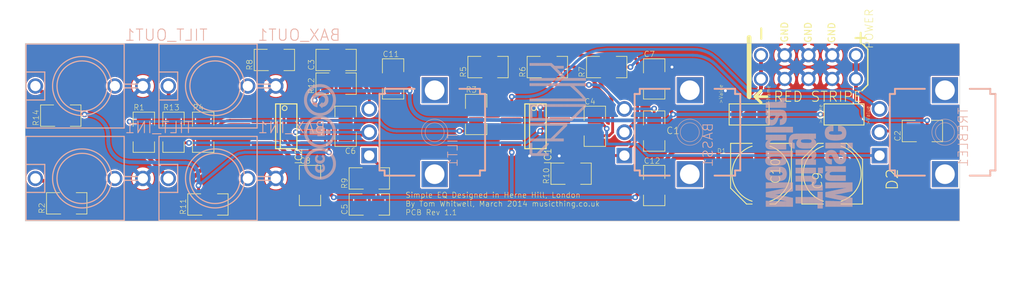
<source format=kicad_pcb>
(kicad_pcb (version 20171130) (host pcbnew 5.1.6-c6e7f7d~87~ubuntu20.04.1)
  (layers (0 Top signal) (1 Route2 signal) (2 Route15 signal) (31 Bottom signal) (34 B.Paste user) (35 F.Paste user) (36 B.SilkS user) (37 F.SilkS user) (38 B.Mask user) (39 F.Mask user) (44 Edge.Cuts user))
  (net 0 "")
  (net 1 GND)
  (net 2 "Net-(C4-Pad2)")
  (net 3 /+12V)
  (net 4 /-12V)
  (net 5 "Net-(IC1-Pad1)")
  (net 6 "Net-(C4-Pad1)")
  (net 7 "Net-(IC1-Pad2)")
  (net 8 "Net-(C2-Pad2)")
  (net 9 "Net-(C2-Pad1)")
  (net 10 "Net-(C6-Pad1)")
  (net 11 "Net-(IC2-Pad1)")
  (net 12 "Net-(C6-Pad2)")
  (net 13 "Net-(IC2-Pad2)")
  (net 14 "Net-(R2-Pad1)")
  (net 15 "Net-(C3-Pad1)")
  (net 16 "Net-(C3-Pad2)")
  (net 17 "Net-(C5-Pad2)")
  (net 18 "Net-(C5-Pad1)")
  (net 19 "Net-(R14-Pad1)")
  (net 20 "Net-(F1-Pad2)")
  (net 21 "Net-(F2-Pad2)")
  (net 22 "Net-(BAX_IN1-PadP$1)")
  (net 23 "Net-(BASS1-Pad3)")
  (net 24 "Net-(BASS1-Pad1)")
  (net 25 "Net-(BASS1-Pad2)")
  (net 26 "Net-(BAX_IN1-PadP$2)")
  (net 27 "Net-(BAX_OUT1-PadP$1)")
  (net 28 "Net-(BAX_OUT1-PadP$2)")
  (net 29 "Net-(TILT_IN1-PadP$2)")
  (net 30 "Net-(TILT_OUT1-PadP$2)")
  (module simple_eq_5532:R0805 (layer Top) (at 111.2011 105.0036 270)
    (fp_text reference R1 (at -2.299043 1.139093) (layer F.SilkS) (effects (font (size 0.60325 0.60325) (thickness 0.0508)) (justify left bottom)))
    (fp_text value 10k)
    (pad 2 smd rect (at 0.95 0 270) (size 1.3 1.5) (layers Top F.Paste F.Mask) (net 22 "Net-(BAX_IN1-PadP$1)"))
    (pad 1 smd rect (at -0.95 0 270) (size 1.3 1.5) (layers Top F.Paste F.Mask) (net 7 "Net-(IC1-Pad2)"))
  )
  (module simple_eq_5532:R0805 (layer Top) (at 146.7611 103.0986 270)
    (fp_text reference R3 (at -2.299043 1.139093) (layer F.SilkS) (effects (font (size 0.60325 0.60325) (thickness 0.0508)) (justify left bottom)))
    (fp_text value 10k)
    (pad 2 smd rect (at 0.95 0 270) (size 1.3 1.5) (layers Top F.Paste F.Mask) (net 7 "Net-(IC1-Pad2)"))
    (pad 1 smd rect (at -0.95 0 270) (size 1.3 1.5) (layers Top F.Paste F.Mask) (net 5 "Net-(IC1-Pad1)"))
  )
  (module simple_eq_5532:R0805 (layer Top) (at 148.0311 98.0186)
    (fp_text reference R5 (at -2.299043 1.139093 90) (layer F.SilkS) (effects (font (size 0.60325 0.60325) (thickness 0.0508)) (justify left bottom)))
    (fp_text value R-EU_R0805)
    (pad 2 smd rect (at 0.95 0) (size 1.3 1.5) (layers Top F.Paste F.Mask) (net 23 "Net-(BASS1-Pad3)"))
    (pad 1 smd rect (at -0.95 0) (size 1.3 1.5) (layers Top F.Paste F.Mask) (net 5 "Net-(IC1-Pad1)"))
  )
  (module simple_eq_5532:R0805 (layer Top) (at 156.9211 109.4486)
    (fp_text reference R10 (at -2.299043 1.139093 90) (layer F.SilkS) (effects (font (size 0.60325 0.60325) (thickness 0.0508)) (justify left bottom)))
    (fp_text value R-EU_R0805)
    (pad 2 smd rect (at 0.95 0) (size 1.3 1.5) (layers Top F.Paste F.Mask) (net 24 "Net-(BASS1-Pad1)"))
    (pad 1 smd rect (at -0.95 0) (size 1.3 1.5) (layers Top F.Paste F.Mask) (net 6 "Net-(C4-Pad1)"))
  )
  (module simple_eq_5532:EVUF (layer Bottom) (at 169.6211 105.0036 90)
    (fp_text reference BASS1 (at -3.81 2.54 90) (layer B.SilkS) (effects (font (size 1.01346 1.01346) (thickness 0.085344)) (justify right bottom mirror)))
    (fp_text value 10k)
    (pad M2 thru_hole rect (at -4.5 0 180) (size 2.8 2.8) (drill 2.1) (layers *.Cu *.Mask))
    (pad M1 thru_hole rect (at 4.5 0 180) (size 2.8 2.8) (drill 2.1) (layers *.Cu *.Mask))
    (pad 3 thru_hole circle (at 2.5 -7 180) (size 1.6764 1.6764) (drill 1.1) (layers *.Cu *.Mask) (net 23 "Net-(BASS1-Pad3)"))
    (pad 2 thru_hole circle (at 0 -7 180) (size 1.6764 1.6764) (drill 1.1) (layers *.Cu *.Mask) (net 25 "Net-(BASS1-Pad2)"))
    (pad 1 thru_hole rect (at -2.5 -7 180) (size 1.6764 1.6764) (drill 1.1) (layers *.Cu *.Mask) (net 24 "Net-(BASS1-Pad1)"))
  )
  (module simple_eq_5532:R0805 (layer Top) (at 165.8111 104.8766 270)
    (fp_text reference C1 (at 0.381 -1.27) (layer F.SilkS) (effects (font (size 0.7239 0.7239) (thickness 0.057912)) (justify left bottom)))
    (fp_text value C-EU0805_CAP)
    (pad 2 smd rect (at 0.95 0 270) (size 1.3 1.5) (layers Top F.Paste F.Mask) (net 24 "Net-(BASS1-Pad1)"))
    (pad 1 smd rect (at -0.95 0 270) (size 1.3 1.5) (layers Top F.Paste F.Mask) (net 23 "Net-(BASS1-Pad3)"))
  )
  (module simple_eq_5532:R0805 (layer Top) (at 154.3811 98.0186)
    (fp_text reference R6 (at -2.299043 1.139093 90) (layer F.SilkS) (effects (font (size 0.60325 0.60325) (thickness 0.0508)) (justify left bottom)))
    (fp_text value 22k)
    (pad 2 smd rect (at 0.95 0) (size 1.3 1.5) (layers Top F.Paste F.Mask) (net 2 "Net-(C4-Pad2)"))
    (pad 1 smd rect (at -0.95 0) (size 1.3 1.5) (layers Top F.Paste F.Mask) (net 25 "Net-(BASS1-Pad2)"))
  )
  (module simple_eq_5532:R0805 (layer Top) (at 194.5131 104.8766)
    (fp_text reference C2 (at -2.299043 1.139093 90) (layer F.SilkS) (effects (font (size 0.60325 0.60325) (thickness 0.0508)) (justify left bottom)))
    (fp_text value C-EU0805_CAP)
    (pad 2 smd rect (at 0.95 0) (size 1.3 1.5) (layers Top F.Paste F.Mask) (net 8 "Net-(C2-Pad2)"))
    (pad 1 smd rect (at -0.95 0) (size 1.3 1.5) (layers Top F.Paste F.Mask) (net 9 "Net-(C2-Pad1)"))
  )
  (module simple_eq_5532:EVUF (layer Bottom) (at 196.9261 105.0036 90)
    (fp_text reference TREBLE1 (at -3.81 2.54 90) (layer B.SilkS) (effects (font (size 1.01346 1.01346) (thickness 0.085344)) (justify right bottom mirror)))
    (fp_text value 10k)
    (pad M2 thru_hole rect (at -4.5 0 180) (size 2.8 2.8) (drill 2.1) (layers *.Cu *.Mask))
    (pad M1 thru_hole rect (at 4.5 0 180) (size 2.8 2.8) (drill 2.1) (layers *.Cu *.Mask))
    (pad 3 thru_hole circle (at 2.5 -7 180) (size 1.6764 1.6764) (drill 1.1) (layers *.Cu *.Mask) (net 5 "Net-(IC1-Pad1)"))
    (pad 2 thru_hole circle (at 0 -7 180) (size 1.6764 1.6764) (drill 1.1) (layers *.Cu *.Mask) (net 9 "Net-(C2-Pad1)"))
    (pad 1 thru_hole rect (at -2.5 -7 180) (size 1.6764 1.6764) (drill 1.1) (layers *.Cu *.Mask) (net 6 "Net-(C4-Pad1)"))
  )
  (module simple_eq_5532:R0805 (layer Top) (at 160.7311 98.0186)
    (fp_text reference R7 (at -2.299043 1.139093 90) (layer F.SilkS) (effects (font (size 0.60325 0.60325) (thickness 0.0508)) (justify left bottom)))
    (fp_text value R-EU_R0805)
    (pad 2 smd rect (at 0.95 0) (size 1.3 1.5) (layers Top F.Paste F.Mask) (net 8 "Net-(C2-Pad2)"))
    (pad 1 smd rect (at -0.95 0) (size 1.3 1.5) (layers Top F.Paste F.Mask) (net 2 "Net-(C4-Pad2)"))
  )
  (module simple_eq_5532:R0805 (layer Top) (at 159.4611 104.3686 270)
    (fp_text reference C4 (at -2.299043 1.139093) (layer F.SilkS) (effects (font (size 0.60325 0.60325) (thickness 0.0508)) (justify left bottom)))
    (fp_text value 22pf)
    (pad 2 smd rect (at 0.95 0 270) (size 1.3 1.5) (layers Top F.Paste F.Mask) (net 2 "Net-(C4-Pad2)"))
    (pad 1 smd rect (at -0.95 0 270) (size 1.3 1.5) (layers Top F.Paste F.Mask) (net 6 "Net-(C4-Pad1)"))
  )
  (module simple_eq_5532:WQP-PJ301M-12_JACK (layer Bottom) (at 118.8211 109.9566 270)
    (fp_text reference BAX_IN1 (at -4.7498 -4.4704 180) (layer B.SilkS) (effects (font (size 1.2065 1.2065) (thickness 0.1016)) (justify right bottom mirror)))
    (fp_text value WQP-PJ301M-12_JACK hide)
    (pad P$3 thru_hole circle (at 0 -6.5 270) (size 1.65 1.65) (drill 1.1) (layers *.Cu *.Mask) (net 1 GND))
    (pad P$2 thru_hole circle (at 0 -3.5 270) (size 1.65 1.65) (drill 1.1) (layers *.Cu *.Mask) (net 26 "Net-(BAX_IN1-PadP$2)"))
    (pad P$1 thru_hole circle (at 0 5 270) (size 1.65 1.65) (drill 1.1) (layers *.Cu *.Mask) (net 22 "Net-(BAX_IN1-PadP$1)"))
  )
  (module simple_eq_5532:R0805 (layer Top) (at 114.3761 105.0036 270)
    (fp_text reference R13 (at -2.299043 1.139093) (layer F.SilkS) (effects (font (size 0.60325 0.60325) (thickness 0.0508)) (justify left bottom)))
    (fp_text value 220R)
    (pad 2 smd rect (at 0.95 0 270) (size 1.3 1.5) (layers Top F.Paste F.Mask) (net 6 "Net-(C4-Pad1)"))
    (pad 1 smd rect (at -0.95 0 270) (size 1.3 1.5) (layers Top F.Paste F.Mask) (net 27 "Net-(BAX_OUT1-PadP$1)"))
  )
  (module simple_eq_5532:WQP-PJ301M-12_JACK (layer Bottom) (at 118.8211 100.0506 270)
    (fp_text reference BAX_OUT1 (at -4.7498 -4.4704 180) (layer B.SilkS) (effects (font (size 1.2065 1.2065) (thickness 0.1016)) (justify right bottom mirror)))
    (fp_text value WQP-PJ301M-12_JACK hide)
    (pad P$3 thru_hole circle (at 0 -6.5 270) (size 1.65 1.65) (drill 1.1) (layers *.Cu *.Mask) (net 1 GND))
    (pad P$2 thru_hole circle (at 0 -3.5 270) (size 1.65 1.65) (drill 1.1) (layers *.Cu *.Mask) (net 28 "Net-(BAX_OUT1-PadP$2)"))
    (pad P$1 thru_hole circle (at 0 5 270) (size 1.65 1.65) (drill 1.1) (layers *.Cu *.Mask) (net 27 "Net-(BAX_OUT1-PadP$1)"))
  )
  (module simple_eq_5532:R0805 (layer Top) (at 102.9461 112.6236)
    (fp_text reference R2 (at -2.299043 1.139093 90) (layer F.SilkS) (effects (font (size 0.60325 0.60325) (thickness 0.0508)) (justify left bottom)))
    (fp_text value 10k)
    (pad 2 smd rect (at 0.95 0) (size 1.3 1.5) (layers Top F.Paste F.Mask) (net 13 "Net-(IC2-Pad2)"))
    (pad 1 smd rect (at -0.95 0) (size 1.3 1.5) (layers Top F.Paste F.Mask) (net 14 "Net-(R2-Pad1)"))
  )
  (module simple_eq_5532:R0805 (layer Top) (at 117.5511 105.0036 270)
    (fp_text reference R4 (at -2.299043 1.139093) (layer F.SilkS) (effects (font (size 0.60325 0.60325) (thickness 0.0508)) (justify left bottom)))
    (fp_text value 10k)
    (pad 2 smd rect (at 0.95 0 270) (size 1.3 1.5) (layers Top F.Paste F.Mask) (net 13 "Net-(IC2-Pad2)"))
    (pad 1 smd rect (at -0.95 0 270) (size 1.3 1.5) (layers Top F.Paste F.Mask) (net 11 "Net-(IC2-Pad1)"))
  )
  (module simple_eq_5532:R0805 (layer Top) (at 125.1711 97.2566)
    (fp_text reference R8 (at -2.299043 1.139093 90) (layer F.SilkS) (effects (font (size 0.60325 0.60325) (thickness 0.0508)) (justify left bottom)))
    (fp_text value 2.2k)
    (pad 2 smd rect (at 0.95 0) (size 1.3 1.5) (layers Top F.Paste F.Mask) (net 15 "Net-(C3-Pad1)"))
    (pad 1 smd rect (at -0.95 0) (size 1.3 1.5) (layers Top F.Paste F.Mask) (net 11 "Net-(IC2-Pad1)"))
  )
  (module simple_eq_5532:R0805 (layer Top) (at 131.7751 97.2566)
    (fp_text reference C3 (at -2.299043 1.139093 90) (layer F.SilkS) (effects (font (size 0.60325 0.60325) (thickness 0.0508)) (justify left bottom)))
    (fp_text value 33nf)
    (pad 2 smd rect (at 0.95 0) (size 1.3 1.5) (layers Top F.Paste F.Mask) (net 16 "Net-(C3-Pad2)"))
    (pad 1 smd rect (at -0.95 0) (size 1.3 1.5) (layers Top F.Paste F.Mask) (net 15 "Net-(C3-Pad1)"))
  )
  (module simple_eq_5532:EVUF (layer Bottom) (at 142.3161 105.0036 90)
    (fp_text reference TILT1 (at -3.81 2.54 90) (layer B.SilkS) (effects (font (size 1.01346 1.01346) (thickness 0.085344)) (justify right bottom mirror)))
    (fp_text value 10k)
    (pad M2 thru_hole rect (at -4.5 0 180) (size 2.8 2.8) (drill 2.1) (layers *.Cu *.Mask))
    (pad M1 thru_hole rect (at 4.5 0 180) (size 2.8 2.8) (drill 2.1) (layers *.Cu *.Mask))
    (pad 3 thru_hole circle (at 2.5 -7 180) (size 1.6764 1.6764) (drill 1.1) (layers *.Cu *.Mask) (net 16 "Net-(C3-Pad2)"))
    (pad 2 thru_hole circle (at 0 -7 180) (size 1.6764 1.6764) (drill 1.1) (layers *.Cu *.Mask) (net 10 "Net-(C6-Pad1)"))
    (pad 1 thru_hole rect (at -2.5 -7 180) (size 1.6764 1.6764) (drill 1.1) (layers *.Cu *.Mask) (net 17 "Net-(C5-Pad2)"))
  )
  (module simple_eq_5532:R0805 (layer Top) (at 135.3311 109.9566)
    (fp_text reference R9 (at -2.299043 1.139093 90) (layer F.SilkS) (effects (font (size 0.60325 0.60325) (thickness 0.0508)) (justify left bottom)))
    (fp_text value 6.8k)
    (pad 2 smd rect (at 0.95 0) (size 1.3 1.5) (layers Top F.Paste F.Mask) (net 17 "Net-(C5-Pad2)"))
    (pad 1 smd rect (at -0.95 0) (size 1.3 1.5) (layers Top F.Paste F.Mask) (net 11 "Net-(IC2-Pad1)"))
  )
  (module simple_eq_5532:R0805 (layer Top) (at 135.3311 112.7506)
    (fp_text reference C5 (at -2.299043 1.139093 90) (layer F.SilkS) (effects (font (size 0.60325 0.60325) (thickness 0.0508)) (justify left bottom)))
    (fp_text value 33nf)
    (pad 2 smd rect (at 0.95 0) (size 1.3 1.5) (layers Top F.Paste F.Mask) (net 17 "Net-(C5-Pad2)"))
    (pad 1 smd rect (at -0.95 0) (size 1.3 1.5) (layers Top F.Paste F.Mask) (net 18 "Net-(C5-Pad1)"))
  )
  (module simple_eq_5532:R0805 (layer Top) (at 118.0591 112.7506)
    (fp_text reference R11 (at -2.299043 1.139093 90) (layer F.SilkS) (effects (font (size 0.60325 0.60325) (thickness 0.0508)) (justify left bottom)))
    (fp_text value 2.2k)
    (pad 2 smd rect (at 0.95 0) (size 1.3 1.5) (layers Top F.Paste F.Mask) (net 18 "Net-(C5-Pad1)"))
    (pad 1 smd rect (at -0.95 0) (size 1.3 1.5) (layers Top F.Paste F.Mask) (net 12 "Net-(C6-Pad2)"))
  )
  (module simple_eq_5532:R0805 (layer Top) (at 131.7751 99.7966)
    (fp_text reference R12 (at -2.299043 1.139093 90) (layer F.SilkS) (effects (font (size 0.60325 0.60325) (thickness 0.0508)) (justify left bottom)))
    (fp_text value 6.8k)
    (pad 2 smd rect (at 0.95 0) (size 1.3 1.5) (layers Top F.Paste F.Mask) (net 16 "Net-(C3-Pad2)"))
    (pad 1 smd rect (at -0.95 0) (size 1.3 1.5) (layers Top F.Paste F.Mask) (net 12 "Net-(C6-Pad2)"))
  )
  (module simple_eq_5532:R0805 (layer Top) (at 132.7911 104.3686 90)
    (fp_text reference C6 (at -2.299043 1.139093 180) (layer F.SilkS) (effects (font (size 0.60325 0.60325) (thickness 0.0508)) (justify right top)))
    (fp_text value 22pf)
    (pad 2 smd rect (at 0.95 0 90) (size 1.3 1.5) (layers Top F.Paste F.Mask) (net 12 "Net-(C6-Pad2)"))
    (pad 1 smd rect (at -0.95 0 90) (size 1.3 1.5) (layers Top F.Paste F.Mask) (net 10 "Net-(C6-Pad1)"))
  )
  (module simple_eq_5532:WQP-PJ301M-12_JACK (layer Bottom) (at 104.5971 109.9566 270)
    (fp_text reference TILT_IN1 (at -4.7498 -4.4704 180) (layer B.SilkS) (effects (font (size 1.2065 1.2065) (thickness 0.1016)) (justify right bottom mirror)))
    (fp_text value WQP-PJ301M-12_JACK hide)
    (pad P$3 thru_hole circle (at 0 -6.5 270) (size 1.65 1.65) (drill 1.1) (layers *.Cu *.Mask) (net 1 GND))
    (pad P$2 thru_hole circle (at 0 -3.5 270) (size 1.65 1.65) (drill 1.1) (layers *.Cu *.Mask) (net 29 "Net-(TILT_IN1-PadP$2)"))
    (pad P$1 thru_hole circle (at 0 5 270) (size 1.65 1.65) (drill 1.1) (layers *.Cu *.Mask) (net 14 "Net-(R2-Pad1)"))
  )
  (module simple_eq_5532:R0805 (layer Top) (at 102.3111 103.2256)
    (fp_text reference R14 (at -2.299044 1.139094 90) (layer F.SilkS) (effects (font (size 0.60325 0.60325) (thickness 0.04826)) (justify left bottom)))
    (fp_text value 220R)
    (pad 2 smd rect (at 0.95 0) (size 1.3 1.5) (layers Top F.Paste F.Mask) (net 12 "Net-(C6-Pad2)"))
    (pad 1 smd rect (at -0.95 0) (size 1.3 1.5) (layers Top F.Paste F.Mask) (net 19 "Net-(R14-Pad1)"))
  )
  (module simple_eq_5532:WQP-PJ301M-12_JACK (layer Bottom) (at 104.5971 100.0506 270)
    (fp_text reference TILT_OUT1 (at -4.7498 -4.4704 180) (layer B.SilkS) (effects (font (size 1.2065 1.2065) (thickness 0.1016)) (justify right bottom mirror)))
    (fp_text value WQP-PJ301M-12_JACK hide)
    (pad P$3 thru_hole circle (at 0 -6.5 270) (size 1.65 1.65) (drill 1.1) (layers *.Cu *.Mask) (net 1 GND))
    (pad P$2 thru_hole circle (at 0 -3.5 270) (size 1.65 1.65) (drill 1.1) (layers *.Cu *.Mask) (net 30 "Net-(TILT_OUT1-PadP$2)"))
    (pad P$1 thru_hole circle (at 0 5 270) (size 1.65 1.65) (drill 1.1) (layers *.Cu *.Mask) (net 19 "Net-(R14-Pad1)"))
  )
  (module simple_eq_5532:MA05-2 (layer Top) (at 182.3211 98.0186)
    (fp_text reference POWER1 hide)
    (fp_text value 10_PIN_HEADER hide)
    (fp_text user "RED STRIPE" (at -3.81 3.81) (layer F.SilkS) (effects (font (size 1.08585 1.08585) (thickness 0.09144)) (justify left bottom)))
    (fp_text user - (at -4.318231 -2.54 90) (layer F.SilkS) (effects (font (size 1.4478 1.4478) (thickness 0.2286)) (justify left bottom)))
    (fp_text user + (at 4.543421 -2.373603) (layer F.SilkS) (effects (font (size 1.4478 1.4478) (thickness 0.2286)) (justify left bottom)))
    (fp_text user GND (at 2.911053 -2.512718 90) (layer F.SilkS) (effects (font (size 0.7239 0.7239) (thickness 0.1143)) (justify left bottom)))
    (fp_text user GND (at 0.389575 -2.54 90) (layer F.SilkS) (effects (font (size 0.7239 0.7239) (thickness 0.1143)) (justify left bottom)))
    (fp_text user GND (at -2.131909 -2.567284 90) (layer F.SilkS) (effects (font (size 0.7239 0.7239) (thickness 0.1143)) (justify left bottom)))
    (fp_text user POWER (at 6.985 -1.905 270) (layer F.SilkS) (effects (font (size 0.84455 0.84455) (thickness 0.07112)) (justify left bottom)))
    (pad 10 thru_hole circle (at 5.08 -1.27) (size 1.524 1.524) (drill 1.016) (layers *.Cu *.Mask) (net 20 "Net-(F1-Pad2)"))
    (pad 8 thru_hole circle (at 2.54 -1.27) (size 1.524 1.524) (drill 1.016) (layers *.Cu *.Mask) (net 1 GND))
    (pad 6 thru_hole circle (at 0 -1.27) (size 1.524 1.524) (drill 1.016) (layers *.Cu *.Mask) (net 1 GND))
    (pad 4 thru_hole circle (at -2.54 -1.27) (size 1.524 1.524) (drill 1.016) (layers *.Cu *.Mask) (net 1 GND))
    (pad 2 thru_hole circle (at -5.08 -1.27) (size 1.524 1.524) (drill 1.016) (layers *.Cu *.Mask) (net 21 "Net-(F2-Pad2)"))
    (pad 9 thru_hole circle (at 5.08 1.27) (size 1.524 1.524) (drill 1.016) (layers *.Cu *.Mask) (net 20 "Net-(F1-Pad2)"))
    (pad 7 thru_hole circle (at 2.54 1.27) (size 1.524 1.524) (drill 1.016) (layers *.Cu *.Mask) (net 1 GND))
    (pad 5 thru_hole circle (at 0 1.27) (size 1.524 1.524) (drill 1.016) (layers *.Cu *.Mask) (net 1 GND))
    (pad 3 thru_hole circle (at -2.54 1.27) (size 1.524 1.524) (drill 1.016) (layers *.Cu *.Mask) (net 1 GND))
    (pad 1 thru_hole circle (at -5.08 1.27) (size 1.524 1.524) (drill 1.016) (layers *.Cu *.Mask) (net 21 "Net-(F2-Pad2)"))
  )
  (module simple_eq_5532:R0805 (layer Top) (at 165.8111 99.2886 270)
    (fp_text reference C7 (at -2.299043 1.139093) (layer F.SilkS) (effects (font (size 0.60325 0.60325) (thickness 0.0508)) (justify left bottom)))
    (fp_text value 100n)
    (pad 2 smd rect (at 0.95 0 270) (size 1.3 1.5) (layers Top F.Paste F.Mask) (net 3 /+12V))
    (pad 1 smd rect (at -0.95 0 270) (size 1.3 1.5) (layers Top F.Paste F.Mask) (net 1 GND))
  )
  (module simple_eq_5532:R0805 (layer Top) (at 128.9811 110.7186 270)
    (fp_text reference C8 (at -2.299043 1.139093) (layer F.SilkS) (effects (font (size 0.60325 0.60325) (thickness 0.0508)) (justify left bottom)))
    (fp_text value 100n)
    (pad 2 smd rect (at 0.95 0 270) (size 1.3 1.5) (layers Top F.Paste F.Mask) (net 1 GND))
    (pad 1 smd rect (at -0.95 0 270) (size 1.3 1.5) (layers Top F.Paste F.Mask) (net 4 /-12V))
  )
  (module simple_eq_5532:PANASONIC_D (layer Top) (at 184.8611 109.4486 90)
    (fp_text reference C9 (at -1.75 -1 90) (layer F.SilkS) (effects (font (size 0.9652 0.9652) (thickness 0.08128)) (justify left bottom)))
    (fp_text value 47u)
    (pad + smd rect (at 2.4 0 90) (size 3 1.4) (layers Top F.Paste F.Mask) (net 3 /+12V))
    (pad - smd rect (at -2.4 0 90) (size 3 1.4) (layers Top F.Paste F.Mask) (net 1 GND))
  )
  (module simple_eq_5532:PANASONIC_D (layer Top) (at 177.2411 109.4486 270)
    (fp_text reference C10 (at -1.75 -1 270) (layer F.SilkS) (effects (font (size 0.9652 0.9652) (thickness 0.08128)) (justify right top)))
    (fp_text value 47u)
    (pad + smd rect (at 2.4 0 270) (size 3 1.4) (layers Top F.Paste F.Mask) (net 1 GND))
    (pad - smd rect (at -2.4 0 270) (size 3 1.4) (layers Top F.Paste F.Mask) (net 4 /-12V))
  )
  (module simple_eq_5532:SO08 (layer Top) (at 153.1111 104.3686 270)
    (fp_text reference IC1 (at 2.273629 -0.900446 90) (layer F.SilkS) (effects (font (size 0.7239 0.7239) (thickness 0.07239)) (justify right top)))
    (fp_text value NE5532 hide)
    (pad 5 smd rect (at 1.905 -2.6 270) (size 0.6 2.2) (layers Top F.Paste F.Mask) (net 1 GND))
    (pad 6 smd rect (at 0.635 -2.6 270) (size 0.6 2.2) (layers Top F.Paste F.Mask) (net 2 "Net-(C4-Pad2)"))
    (pad 8 smd rect (at -1.905 -2.6 270) (size 0.6 2.2) (layers Top F.Paste F.Mask) (net 3 /+12V))
    (pad 4 smd rect (at 1.905 2.6 270) (size 0.6 2.2) (layers Top F.Paste F.Mask) (net 4 /-12V))
    (pad 3 smd rect (at 0.635 2.6 270) (size 0.6 2.2) (layers Top F.Paste F.Mask) (net 1 GND))
    (pad 1 smd rect (at -1.905 2.6 270) (size 0.6 2.2) (layers Top F.Paste F.Mask) (net 5 "Net-(IC1-Pad1)"))
    (pad 7 smd rect (at -0.635 -2.6 270) (size 0.6 2.2) (layers Top F.Paste F.Mask) (net 6 "Net-(C4-Pad1)"))
    (pad 2 smd rect (at -0.635 2.6 270) (size 0.6 2.2) (layers Top F.Paste F.Mask) (net 7 "Net-(IC1-Pad2)"))
  )
  (module simple_eq_5532:SO08 (layer Top) (at 126.4411 104.3686 270)
    (fp_text reference IC2 (at 2.273629 -0.900446 90) (layer F.SilkS) (effects (font (size 0.7239 0.7239) (thickness 0.07239)) (justify right top)))
    (fp_text value NE5532 hide)
    (pad 5 smd rect (at 1.905 -2.6 270) (size 0.6 2.2) (layers Top F.Paste F.Mask) (net 1 GND))
    (pad 6 smd rect (at 0.635 -2.6 270) (size 0.6 2.2) (layers Top F.Paste F.Mask) (net 10 "Net-(C6-Pad1)"))
    (pad 8 smd rect (at -1.905 -2.6 270) (size 0.6 2.2) (layers Top F.Paste F.Mask) (net 3 /+12V))
    (pad 4 smd rect (at 1.905 2.6 270) (size 0.6 2.2) (layers Top F.Paste F.Mask) (net 4 /-12V))
    (pad 3 smd rect (at 0.635 2.6 270) (size 0.6 2.2) (layers Top F.Paste F.Mask) (net 1 GND))
    (pad 1 smd rect (at -1.905 2.6 270) (size 0.6 2.2) (layers Top F.Paste F.Mask) (net 11 "Net-(IC2-Pad1)"))
    (pad 7 smd rect (at -0.635 -2.6 270) (size 0.6 2.2) (layers Top F.Paste F.Mask) (net 12 "Net-(C6-Pad2)"))
    (pad 2 smd rect (at -0.635 2.6 270) (size 0.6 2.2) (layers Top F.Paste F.Mask) (net 13 "Net-(IC2-Pad2)"))
  )
  (module simple_eq_5532:R0805 (layer Top) (at 137.8711 99.2886 270)
    (fp_text reference C11 (at -2.299043 1.139093) (layer F.SilkS) (effects (font (size 0.60325 0.60325) (thickness 0.0508)) (justify left bottom)))
    (fp_text value 100n)
    (pad 2 smd rect (at 0.95 0 270) (size 1.3 1.5) (layers Top F.Paste F.Mask) (net 3 /+12V))
    (pad 1 smd rect (at -0.95 0 270) (size 1.3 1.5) (layers Top F.Paste F.Mask) (net 1 GND))
  )
  (module simple_eq_5532:R0805 (layer Top) (at 165.8111 110.7186 270)
    (fp_text reference C12 (at -2.299043 1.139093) (layer F.SilkS) (effects (font (size 0.60325 0.60325) (thickness 0.0508)) (justify left bottom)))
    (fp_text value 100n)
    (pad 2 smd rect (at 0.95 0 270) (size 1.3 1.5) (layers Top F.Paste F.Mask) (net 1 GND))
    (pad 1 smd rect (at -0.95 0 270) (size 1.3 1.5) (layers Top F.Paste F.Mask) (net 4 /-12V))
  )
  (module simple_eq_5532:PTC-1206 (layer Top) (at 186.1311 103.0986)
    (fp_text reference F1 hide)
    (fp_text value PTCSMD hide)
    (fp_text user >Value (at 2.794 1.143 90) (layer F.SilkS) (effects (font (size 0.38608 0.38608) (thickness 0.032512)) (justify left bottom)))
    (fp_text user >Name (at -2.286 1.016 90) (layer F.SilkS) (effects (font (size 0.38608 0.38608) (thickness 0.032512)) (justify left bottom)))
    (pad 2 smd rect (at 1.4 0) (size 1 1.8) (layers Top F.Paste F.Mask) (net 20 "Net-(F1-Pad2)"))
    (pad 1 smd rect (at -1.4 0) (size 1 1.8) (layers Top F.Paste F.Mask) (net 3 /+12V))
  )
  (module simple_eq_5532:PTC-1206 (layer Top) (at 175.9711 103.0986 180)
    (fp_text reference F2 hide)
    (fp_text value PTCSMD hide)
    (fp_text user >Value (at 2.794 1.143 270) (layer F.SilkS) (effects (font (size 0.38608 0.38608) (thickness 0.032512)) (justify left bottom)))
    (fp_text user >Name (at -2.286 1.016 270) (layer F.SilkS) (effects (font (size 0.38608 0.38608) (thickness 0.032512)) (justify left bottom)))
    (pad 2 smd rect (at 1.4 0 180) (size 1 1.8) (layers Top F.Paste F.Mask) (net 21 "Net-(F2-Pad2)"))
    (pad 1 smd rect (at -1.4 0 180) (size 1 1.8) (layers Top F.Paste F.Mask) (net 4 /-12V))
  )
  (module simple_eq_5532:SOD123 (layer Top) (at 172.6691 110.9726 90)
    (fp_text reference D1 (at 3.685628 -0.152291) (layer F.SilkS) (effects (font (size 0.4826 0.4826) (thickness 0.038608)) (justify left bottom)))
    (fp_text value DIODE-SOD123)
    (pad A smd rect (at 1.9 0 90) (size 1.4 1.4) (layers Top F.Paste F.Mask) (net 4 /-12V))
    (pad C smd rect (at -1.9 0 90) (size 1.4 1.4) (layers Top F.Paste F.Mask) (net 1 GND))
  )
  (module simple_eq_5532:SOD123 (layer Top) (at 192.9891 110.2106 90)
    (fp_text reference D2 (at -1.1 -1 90) (layer F.SilkS) (effects (font (size 1.2065 1.2065) (thickness 0.1016)) (justify left bottom)))
    (fp_text value DIODE-SOD123)
    (pad A smd rect (at 1.9 0 90) (size 1.4 1.4) (layers Top F.Paste F.Mask) (net 1 GND))
    (pad C smd rect (at -1.9 0 90) (size 1.4 1.4) (layers Top F.Paste F.Mask) (net 3 /+12V))
  )
  (module simple_eq_5532:MTM_1CM (layer Bottom) (at 177.2411 113.2586 90)
    (fp_text reference U$5 hide)
    (fp_text value "" hide)
  )
  (module simple_eq_5532:CC_1CM_SCREENPRINT (layer Bottom) (at 128.3461 110.0836 90)
    (fp_text reference U$6 hide)
    (fp_text value "" hide)
  )
  (module simple_eq_5532:THONK_1CM_SCREENPRINT (layer Bottom) (at 152.4761 107.5436 90)
    (fp_text reference U$7 hide)
    (fp_text value "" hide)
  )
  (gr_line (start 98.5011 114.5286) (end 198.5011 114.5286) (layer Edge.Cuts) (width 0.05))
  (gr_line (start 198.5011 114.5286) (end 198.5011 95.4786) (layer Edge.Cuts) (width 0.05))
  (gr_line (start 198.5011 95.4786) (end 98.5011 95.4786) (layer Edge.Cuts) (width 0.05))
  (gr_line (start 98.5011 95.4786) (end 98.5011 114.5286) (layer Edge.Cuts) (width 0.05))
  (gr_text "Simple EQ Designed in Herne Hill, London \nBy Tom Whitwell, March 2014 musicthing.co.uk\nPCB Rev 1.1" (at 139.1665 113.9444) (layer F.SilkS) (effects (font (size 0.57912 0.57912) (thickness 0.048768)) (justify left bottom)))
  (via (at 152.4761 107.5436) (size 0.6096) (drill 0.3048) (layers Top Bottom) (net 1))
  (via (at 155.6511 107.5436) (size 0.6096) (drill 0.3048) (layers Top Bottom) (net 1))
  (via (at 173.4311 100.5586) (size 0.6096) (drill 0.3048) (layers Top Bottom) (net 1))
  (via (at 167.7161 98.0186) (size 0.6096) (drill 0.3048) (layers Top Bottom) (net 1))
  (segment (start 159.7811 98.0186) (end 159.7811 98.84211) (width 0.3048) (layer Top) (net 2))
  (segment (start 159.7811 98.84211) (end 159.7811 98.842111) (width 0.3048) (layer Top) (net 2))
  (segment (start 159.7811 98.842111) (end 159.816656 99.20312) (width 0.3048) (layer Top) (net 2))
  (segment (start 159.816656 99.20312) (end 159.921958 99.550255) (width 0.3048) (layer Top) (net 2))
  (segment (start 159.921958 99.550255) (end 160.32309 100.150591) (width 0.3048) (layer Top) (net 2))
  (segment (start 160.32309 100.150591) (end 160.695512 100.523013) (width 0.3048) (layer Top) (net 2))
  (segment (start 160.695512 100.523013) (end 160.695512 100.523013) (width 0.3048) (layer Top) (net 2))
  (segment (start 160.695512 100.523013) (end 160.928839 100.796203) (width 0.3048) (layer Top) (net 2))
  (segment (start 160.928839 100.796203) (end 161.116556 101.10253) (width 0.3048) (layer Top) (net 2))
  (segment (start 161.116556 101.10253) (end 161.254043 101.434451) (width 0.3048) (layer Top) (net 2))
  (segment (start 161.254043 101.434451) (end 161.3661 102.141954) (width 0.3048) (layer Top) (net 2))
  (segment (start 161.3661 102.141954) (end 161.3661 105.0036) (width 0.3048) (layer Top) (net 2))
  (segment (start 161.3661 105.0036) (end 160.9851 105.3846) (width 0.3048) (layer Top) (net 2))
  (segment (start 160.9851 105.3846) (end 159.5271 105.3846) (width 0.3048) (layer Top) (net 2))
  (segment (start 159.5271 105.3846) (end 159.4611 105.3186) (width 0.3048) (layer Top) (net 2))
  (segment (start 159.4611 105.3186) (end 159.4611 105.6386) (width 0.3048) (layer Top) (net 2))
  (segment (start 159.4611 105.3186) (end 159.3951 105.0646) (width 0.3048) (layer Top) (net 2))
  (segment (start 159.3951 105.0646) (end 156.2861 105.0036) (width 0.3048) (layer Top) (net 2))
  (segment (start 155.3311 98.0186) (end 159.7811 98.0186) (width 0.3048) (layer Top) (net 2))
  (segment (start 156.2861 105.0036) (end 155.7111 105.0036) (width 0.3048) (layer Top) (net 2))
  (segment (start 184.7311 103.0986) (end 184.7311 106.9186) (width 0.4064) (layer Top) (net 3))
  (segment (start 184.7311 106.9186) (end 184.8611 107.0486) (width 0.4064) (layer Top) (net 3))
  (via (at 167.8431 103.0986) (size 0.6096) (drill 0.3048) (layers Top Bottom) (net 3))
  (via (at 183.5911 103.0986) (size 0.6096) (drill 0.3048) (layers Top Bottom) (net 3))
  (segment (start 167.8431 103.0986) (end 183.5911 103.0986) (width 0.4064) (layer Bottom) (net 3))
  (segment (start 184.7311 103.0986) (end 183.5911 103.0986) (width 0.4064) (layer Top) (net 3))
  (segment (start 167.8431 103.0986) (end 166.1311 100.5586) (width 0.4064) (layer Top) (net 3))
  (segment (start 166.1311 100.5586) (end 165.8111 100.2386) (width 0.4064) (layer Top) (net 3))
  (via (at 139.6491 100.5586) (size 0.6096) (drill 0.3048) (layers Top Bottom) (net 3))
  (segment (start 139.6491 100.5586) (end 139.6491 101.531191) (width 0.4064) (layer Bottom) (net 3))
  (segment (start 139.6491 101.531191) (end 139.6491 101.531193) (width 0.4064) (layer Bottom) (net 3))
  (segment (start 139.6491 101.531193) (end 139.674588 101.856952) (width 0.4064) (layer Bottom) (net 3))
  (segment (start 139.674588 101.856952) (end 139.75043 102.174784) (width 0.4064) (layer Bottom) (net 3))
  (segment (start 139.75043 102.174784) (end 139.874781 102.476952) (width 0.4064) (layer Bottom) (net 3))
  (segment (start 139.874781 102.476952) (end 140.044615 102.756103) (width 0.4064) (layer Bottom) (net 3))
  (segment (start 140.044615 102.756103) (end 140.255798 103.005444) (width 0.4064) (layer Bottom) (net 3))
  (segment (start 140.255798 103.005444) (end 140.50319 103.218905) (width 0.4064) (layer Bottom) (net 3))
  (segment (start 140.50319 103.218905) (end 140.780772 103.391292) (width 0.4064) (layer Bottom) (net 3))
  (segment (start 140.780772 103.391292) (end 141.081787 103.51841) (width 0.4064) (layer Bottom) (net 3))
  (segment (start 141.081787 103.51841) (end 141.398909 103.597165) (width 0.4064) (layer Bottom) (net 3))
  (segment (start 141.398909 103.597165) (end 141.724421 103.625641) (width 0.4064) (layer Bottom) (net 3))
  (segment (start 141.724421 103.625641) (end 153.620253 103.734775) (width 0.4064) (layer Bottom) (net 3))
  (segment (start 153.620253 103.734775) (end 167.2081 103.7336) (width 0.4064) (layer Bottom) (net 3))
  (segment (start 167.2081 103.7336) (end 167.8431 103.0986) (width 0.4064) (layer Bottom) (net 3))
  (segment (start 137.8711 100.2386) (end 139.6491 100.2386) (width 0.3048) (layer Top) (net 3))
  (segment (start 139.6491 100.2386) (end 139.6491 100.5586) (width 0.3048) (layer Top) (net 3))
  (via (at 153.6191 102.3366) (size 0.6096) (drill 0.3048) (layers Top Bottom) (net 3))
  (segment (start 155.7111 102.3366) (end 155.7111 102.4636) (width 0.3048) (layer Top) (net 3))
  (segment (start 153.6191 102.3366) (end 153.620253 102.3366) (width 0.3048) (layer Bottom) (net 3))
  (segment (start 153.620253 102.3366) (end 153.620253 103.734775) (width 0.4064) (layer Bottom) (net 3))
  (segment (start 155.7111 102.4636) (end 153.6191 102.4636) (width 0.3048) (layer Top) (net 3))
  (segment (start 153.6191 102.4636) (end 153.6191 102.3366) (width 0.3048) (layer Top) (net 3))
  (via (at 129.4891 101.5746) (size 0.6096) (drill 0.3048) (layers Top Bottom) (net 3))
  (segment (start 129.4891 101.5746) (end 129.4891 102.0156) (width 0.4064) (layer Top) (net 3))
  (segment (start 129.4891 102.0156) (end 129.0411 102.4636) (width 0.4064) (layer Top) (net 3))
  (segment (start 184.8611 107.0486) (end 185.6361 107.0486) (width 0.4064) (layer Top) (net 3))
  (segment (start 185.6361 107.0486) (end 188.255218 109.667719) (width 0.4064) (layer Top) (net 3))
  (segment (start 188.255218 109.667719) (end 188.255219 109.66772) (width 0.4064) (layer Top) (net 3))
  (segment (start 188.255219 109.66772) (end 188.470386 109.844303) (width 0.4064) (layer Top) (net 3))
  (segment (start 188.470386 109.844303) (end 188.715869 109.975516) (width 0.4064) (layer Top) (net 3))
  (segment (start 188.715869 109.975516) (end 188.982233 110.056317) (width 0.4064) (layer Top) (net 3))
  (segment (start 188.982233 110.056317) (end 189.259243 110.0836) (width 0.4064) (layer Top) (net 3))
  (segment (start 189.259243 110.0836) (end 189.706143 110.0836) (width 0.4064) (layer Top) (net 3))
  (segment (start 189.706143 110.0836) (end 189.706142 110.0836) (width 0.4064) (layer Top) (net 3))
  (segment (start 189.706142 110.0836) (end 190.101917 110.109541) (width 0.4064) (layer Top) (net 3))
  (segment (start 190.101917 110.109541) (end 190.490921 110.186918) (width 0.4064) (layer Top) (net 3))
  (segment (start 190.490921 110.186918) (end 190.866496 110.314409) (width 0.4064) (layer Top) (net 3))
  (segment (start 190.866496 110.314409) (end 191.222217 110.489832) (width 0.4064) (layer Top) (net 3))
  (segment (start 191.222217 110.489832) (end 191.551998 110.710185) (width 0.4064) (layer Top) (net 3))
  (segment (start 191.551998 110.710185) (end 191.850196 110.971697) (width 0.4064) (layer Top) (net 3))
  (segment (start 191.850196 110.971697) (end 192.9891 112.1106) (width 0.4064) (layer Top) (net 3))
  (segment (start 129.4891 101.5746) (end 129.4891 101.3206) (width 0.3048) (layer Bottom) (net 3))
  (segment (start 129.4891 101.3206) (end 129.72505 101.08465) (width 0.4064) (layer Bottom) (net 3))
  (segment (start 129.72505 101.08465) (end 129.72505 101.08465) (width 0.4064) (layer Bottom) (net 3))
  (segment (start 129.72505 101.08465) (end 129.997216 100.861289) (width 0.4064) (layer Bottom) (net 3))
  (segment (start 129.997216 100.861289) (end 130.307729 100.695317) (width 0.4064) (layer Bottom) (net 3))
  (segment (start 130.307729 100.695317) (end 130.995046 100.5586) (width 0.4064) (layer Bottom) (net 3))
  (segment (start 130.995046 100.5586) (end 139.6491 100.5586) (width 0.4064) (layer Bottom) (net 3))
  (segment (start 177.3711 103.0986) (end 177.3711 106.9186) (width 0.4064) (layer Top) (net 4))
  (segment (start 177.3711 106.9186) (end 177.2411 107.0486) (width 0.4064) (layer Top) (net 4))
  (segment (start 177.2411 107.0486) (end 172.6691 107.0486) (width 0.4064) (layer Top) (net 4))
  (segment (start 172.6691 107.0486) (end 168.024134 107.0486) (width 0.4064) (layer Top) (net 4))
  (segment (start 168.024134 107.0486) (end 168.024134 107.0486) (width 0.4064) (layer Top) (net 4))
  (segment (start 168.024134 107.0486) (end 167.620103 107.255582) (width 0.4064) (layer Top) (net 4))
  (segment (start 167.620103 107.255582) (end 165.8111 109.7686) (width 0.4064) (layer Top) (net 4))
  (segment (start 172.6691 109.0726) (end 172.6691 107.0486) (width 0.4064) (layer Top) (net 4))
  (via (at 131.5211 111.9886) (size 0.6096) (drill 0.3048) (layers Top Bottom) (net 4))
  (via (at 163.7791 111.9886) (size 0.6096) (drill 0.3048) (layers Top Bottom) (net 4))
  (segment (start 165.8111 109.7686) (end 165.4911 109.7686) (width 0.3048) (layer Top) (net 4))
  (segment (start 165.4911 109.7686) (end 163.7791 111.9886) (width 0.4064) (layer Top) (net 4))
  (segment (start 128.9811 109.7686) (end 129.3011 109.7686) (width 0.3048) (layer Top) (net 4))
  (segment (start 129.3011 109.7686) (end 131.5211 111.9886) (width 0.4064) (layer Top) (net 4))
  (segment (start 131.5211 111.9886) (end 150.5711 111.9886) (width 0.4064) (layer Bottom) (net 4))
  (via (at 150.5711 107.1626) (size 0.6096) (drill 0.3048) (layers Top Bottom) (net 4))
  (segment (start 150.5711 111.9886) (end 163.7791 111.9886) (width 0.4064) (layer Bottom) (net 4))
  (segment (start 150.5711 107.1626) (end 150.5711 111.9886) (width 0.4064) (layer Bottom) (net 4))
  (segment (start 150.5711 107.1626) (end 150.5111 107.1626) (width 0.3048) (layer Top) (net 4))
  (segment (start 150.5111 107.1626) (end 150.5111 106.2736) (width 0.4064) (layer Top) (net 4))
  (segment (start 123.8411 106.2736) (end 125.4861 106.2736) (width 0.4064) (layer Top) (net 4))
  (segment (start 125.4861 106.2736) (end 128.9811 109.7686) (width 0.4064) (layer Top) (net 4))
  (segment (start 146.7611 102.1486) (end 146.7611 102.4636) (width 0.3048) (layer Top) (net 5))
  (segment (start 146.7611 102.4636) (end 150.5111 102.4636) (width 0.3048) (layer Top) (net 5))
  (segment (start 147.0811 98.0186) (end 147.0811 102.1486) (width 0.3048) (layer Top) (net 5))
  (segment (start 147.0811 102.1486) (end 146.7611 102.1486) (width 0.3048) (layer Top) (net 5))
  (via (at 150.5711 101.1936) (size 0.6096) (drill 0.3048) (layers Top Bottom) (net 5))
  (segment (start 150.5711 101.1936) (end 150.5711 102.4036) (width 0.3048) (layer Top) (net 5))
  (segment (start 150.5711 102.4036) (end 150.5111 102.4636) (width 0.3048) (layer Top) (net 5))
  (segment (start 150.5711 101.1936) (end 152.082581 101.1936) (width 0.3048) (layer Bottom) (net 5))
  (segment (start 152.082581 101.1936) (end 152.082581 101.1936) (width 0.3048) (layer Bottom) (net 5))
  (segment (start 152.082581 101.1936) (end 152.53224 101.168348) (width 0.3048) (layer Bottom) (net 5))
  (segment (start 152.53224 101.168348) (end 152.976244 101.092908) (width 0.3048) (layer Bottom) (net 5))
  (segment (start 152.976244 101.092908) (end 153.40901 100.96823) (width 0.3048) (layer Bottom) (net 5))
  (segment (start 153.40901 100.96823) (end 153.825096 100.795882) (width 0.3048) (layer Bottom) (net 5))
  (segment (start 153.825096 100.795882) (end 154.219268 100.578031) (width 0.3048) (layer Bottom) (net 5))
  (segment (start 154.219268 100.578031) (end 154.922384 100.017316) (width 0.3048) (layer Bottom) (net 5))
  (segment (start 154.922384 100.017316) (end 157.472093 97.467607) (width 0.3048) (layer Bottom) (net 5))
  (segment (start 157.472093 97.467607) (end 157.472093 97.467607) (width 0.3048) (layer Bottom) (net 5))
  (segment (start 157.472093 97.467607) (end 157.858643 97.122165) (width 0.3048) (layer Bottom) (net 5))
  (segment (start 157.858643 97.122165) (end 158.281441 96.822174) (width 0.3048) (layer Bottom) (net 5))
  (segment (start 158.281441 96.822174) (end 158.735168 96.571408) (width 0.3048) (layer Bottom) (net 5))
  (segment (start 158.735168 96.571408) (end 159.214119 96.37302) (width 0.3048) (layer Bottom) (net 5))
  (segment (start 159.214119 96.37302) (end 159.712271 96.229505) (width 0.3048) (layer Bottom) (net 5))
  (segment (start 159.712271 96.229505) (end 160.740956 96.1136) (width 0.3048) (layer Bottom) (net 5))
  (segment (start 160.740956 96.1136) (end 169.992409 96.1136) (width 0.3048) (layer Bottom) (net 5))
  (segment (start 169.992409 96.1136) (end 169.992408 96.1136) (width 0.3048) (layer Bottom) (net 5))
  (segment (start 169.992408 96.1136) (end 170.406974 96.136881) (width 0.3048) (layer Bottom) (net 5))
  (segment (start 170.406974 96.136881) (end 170.816327 96.206433) (width 0.3048) (layer Bottom) (net 5))
  (segment (start 170.816327 96.206433) (end 171.215318 96.32138) (width 0.3048) (layer Bottom) (net 5))
  (segment (start 171.215318 96.32138) (end 171.59893 96.480278) (width 0.3048) (layer Bottom) (net 5))
  (segment (start 171.59893 96.480278) (end 171.96234 96.681127) (width 0.3048) (layer Bottom) (net 5))
  (segment (start 171.96234 96.681127) (end 172.610581 97.198082) (width 0.3048) (layer Bottom) (net 5))
  (segment (start 172.610581 97.198082) (end 175.555218 100.142719) (width 0.3048) (layer Bottom) (net 5))
  (segment (start 175.555218 100.142719) (end 175.555219 100.14272) (width 0.3048) (layer Bottom) (net 5))
  (segment (start 175.555219 100.14272) (end 175.770386 100.319303) (width 0.3048) (layer Bottom) (net 5))
  (segment (start 175.770386 100.319303) (end 176.015869 100.450516) (width 0.3048) (layer Bottom) (net 5))
  (segment (start 176.015869 100.450516) (end 176.282233 100.531317) (width 0.3048) (layer Bottom) (net 5))
  (segment (start 176.282233 100.531317) (end 176.559243 100.5586) (width 0.3048) (layer Bottom) (net 5))
  (segment (start 176.559243 100.5586) (end 186.441181 100.5586) (width 0.3048) (layer Bottom) (net 5))
  (segment (start 186.441181 100.5586) (end 186.44118 100.5586) (width 0.3048) (layer Bottom) (net 5))
  (segment (start 186.44118 100.5586) (end 186.798045 100.586686) (width 0.3048) (layer Bottom) (net 5))
  (segment (start 186.798045 100.586686) (end 187.146122 100.670252) (width 0.3048) (layer Bottom) (net 5))
  (segment (start 187.146122 100.670252) (end 187.476841 100.807241) (width 0.3048) (layer Bottom) (net 5))
  (segment (start 187.476841 100.807241) (end 188.054259 101.22676) (width 0.3048) (layer Bottom) (net 5))
  (segment (start 188.054259 101.22676) (end 189.9261 102.5036) (width 0.3048) (layer Bottom) (net 5))
  (via (at 153.6191 104.8766) (size 0.6096) (drill 0.3048) (layers Top Bottom) (net 6))
  (segment (start 155.7111 103.7336) (end 154.7621 103.7336) (width 0.3048) (layer Top) (net 6))
  (segment (start 154.7621 103.7336) (end 153.6191 104.8766) (width 0.3048) (layer Top) (net 6))
  (via (at 116.0271 106.1466) (size 0.6096) (drill 0.3048) (layers Top Bottom) (net 6))
  (segment (start 116.0271 106.1466) (end 152.0951 106.1466) (width 0.3048) (layer Bottom) (net 6))
  (segment (start 152.0951 106.1466) (end 153.6191 104.8766) (width 0.3048) (layer Bottom) (net 6))
  (segment (start 155.9711 109.4486) (end 155.9051 109.4486) (width 0.3048) (layer Top) (net 6))
  (segment (start 155.9051 109.4486) (end 154.239453 107.782954) (width 0.3048) (layer Top) (net 6))
  (segment (start 154.239453 107.782954) (end 154.239452 107.782953) (width 0.3048) (layer Top) (net 6))
  (segment (start 154.239452 107.782953) (end 154.040676 107.523903) (width 0.3048) (layer Top) (net 6))
  (segment (start 154.040676 107.523903) (end 153.91572 107.222232) (width 0.3048) (layer Top) (net 6))
  (segment (start 153.91572 107.222232) (end 153.8731 106.8985) (width 0.3048) (layer Top) (net 6))
  (segment (start 153.8731 106.8985) (end 153.8731 105.1306) (width 0.3048) (layer Top) (net 6))
  (segment (start 153.8731 105.1306) (end 153.6191 104.8766) (width 0.3048) (layer Top) (net 6))
  (segment (start 155.7111 103.7336) (end 159.1461 103.7336) (width 0.3048) (layer Top) (net 6))
  (segment (start 159.1461 103.7336) (end 159.4611 103.4186) (width 0.3048) (layer Top) (net 6))
  (via (at 160.7311 104.6226) (size 0.6096) (drill 0.3048) (layers Top Bottom) (net 6))
  (segment (start 159.4611 103.4186) (end 159.7811 103.4186) (width 0.3048) (layer Top) (net 6))
  (segment (start 159.7811 103.4186) (end 160.7311 104.6226) (width 0.3048) (layer Top) (net 6))
  (segment (start 189.9261 107.5036) (end 165.1361 107.5036) (width 0.3048) (layer Bottom) (net 6))
  (segment (start 165.1361 107.5036) (end 163.9061 106.2736) (width 0.3048) (layer Bottom) (net 6))
  (segment (start 163.9061 106.2736) (end 160.7311 106.2736) (width 0.3048) (layer Bottom) (net 6))
  (segment (start 160.7311 106.2736) (end 160.7311 104.6226) (width 0.3048) (layer Bottom) (net 6))
  (segment (start 116.0271 106.1466) (end 114.3761 106.1466) (width 0.3048) (layer Top) (net 6))
  (segment (start 114.3761 106.1466) (end 114.3761 105.9536) (width 0.3048) (layer Top) (net 6))
  (via (at 144.9831 104.8766) (size 0.6096) (drill 0.3048) (layers Top Bottom) (net 7))
  (via (at 109.6771 103.8606) (size 0.6096) (drill 0.3048) (layers Top Bottom) (net 7))
  (segment (start 144.9831 104.8766) (end 145.9331 104.8766) (width 0.3048) (layer Top) (net 7))
  (segment (start 145.9331 104.8766) (end 146.7611 104.0486) (width 0.3048) (layer Top) (net 7))
  (segment (start 144.9831 104.8766) (end 138.238621 104.8766) (width 0.3048) (layer Bottom) (net 7))
  (segment (start 138.238621 104.8766) (end 138.23862 104.8766) (width 0.3048) (layer Bottom) (net 7))
  (segment (start 138.23862 104.8766) (end 137.907965 104.850577) (width 0.3048) (layer Bottom) (net 7))
  (segment (start 137.907965 104.850577) (end 137.585452 104.773148) (width 0.3048) (layer Bottom) (net 7))
  (segment (start 137.585452 104.773148) (end 137.279023 104.646221) (width 0.3048) (layer Bottom) (net 7))
  (segment (start 137.279023 104.646221) (end 136.744012 104.257513) (width 0.3048) (layer Bottom) (net 7))
  (segment (start 136.744012 104.257513) (end 136.3471 103.7336) (width 0.3048) (layer Bottom) (net 7))
  (segment (start 146.7611 104.0486) (end 146.7611 103.7336) (width 0.3048) (layer Top) (net 7))
  (segment (start 146.7611 103.7336) (end 150.5111 103.7336) (width 0.3048) (layer Top) (net 7))
  (segment (start 136.3471 103.7336) (end 109.6771 103.8606) (width 0.3048) (layer Bottom) (net 7))
  (segment (start 109.6771 103.8606) (end 111.0081 103.8606) (width 0.4064) (layer Top) (net 7))
  (segment (start 111.0081 103.8606) (end 111.2011 104.0536) (width 0.4064) (layer Top) (net 7))
  (segment (start 163.2711 98.0186) (end 161.6811 98.0186) (width 0.3048) (layer Top) (net 8))
  (via (at 195.0211 103.7336) (size 0.6096) (drill 0.3048) (layers Top Bottom) (net 8))
  (via (at 163.2711 98.0186) (size 0.6096) (drill 0.3048) (layers Top Bottom) (net 8))
  (segment (start 163.2711 98.0186) (end 163.870512 97.419188) (width 0.3048) (layer Bottom) (net 8))
  (segment (start 163.870512 97.419188) (end 163.870512 97.419188) (width 0.3048) (layer Bottom) (net 8))
  (segment (start 163.870512 97.419188) (end 164.143702 97.185861) (width 0.3048) (layer Bottom) (net 8))
  (segment (start 164.143702 97.185861) (end 164.450029 96.998144) (width 0.3048) (layer Bottom) (net 8))
  (segment (start 164.450029 96.998144) (end 164.78195 96.860658) (width 0.3048) (layer Bottom) (net 8))
  (segment (start 164.78195 96.860658) (end 165.489453 96.7486) (width 0.3048) (layer Bottom) (net 8))
  (segment (start 165.489453 96.7486) (end 169.947925 96.7486) (width 0.3048) (layer Bottom) (net 8))
  (segment (start 169.947925 96.7486) (end 169.947924 96.7486) (width 0.3048) (layer Bottom) (net 8))
  (segment (start 169.947924 96.7486) (end 170.405216 96.778573) (width 0.3048) (layer Bottom) (net 8))
  (segment (start 170.405216 96.778573) (end 170.854684 96.867978) (width 0.3048) (layer Bottom) (net 8))
  (segment (start 170.854684 96.867978) (end 171.288636 97.015285) (width 0.3048) (layer Bottom) (net 8))
  (segment (start 171.288636 97.015285) (end 171.699649 97.217974) (width 0.3048) (layer Bottom) (net 8))
  (segment (start 171.699649 97.217974) (end 172.080689 97.472578) (width 0.3048) (layer Bottom) (net 8))
  (segment (start 172.080689 97.472578) (end 172.425237 97.774738) (width 0.3048) (layer Bottom) (net 8))
  (segment (start 172.425237 97.774738) (end 175.470271 100.819772) (width 0.3048) (layer Bottom) (net 8))
  (segment (start 175.470271 100.819772) (end 175.470271 100.819772) (width 0.3048) (layer Bottom) (net 8))
  (segment (start 175.470271 100.819772) (end 175.734609 101.022605) (width 0.3048) (layer Bottom) (net 8))
  (segment (start 175.734609 101.022605) (end 176.042436 101.150111) (width 0.3048) (layer Bottom) (net 8))
  (segment (start 176.042436 101.150111) (end 176.372775 101.1936) (width 0.3048) (layer Bottom) (net 8))
  (segment (start 176.372775 101.1936) (end 185.817746 101.1936) (width 0.3048) (layer Bottom) (net 8))
  (segment (start 185.817746 101.1936) (end 185.817745 101.1936) (width 0.3048) (layer Bottom) (net 8))
  (segment (start 185.817745 101.1936) (end 186.175906 101.221788) (width 0.3048) (layer Bottom) (net 8))
  (segment (start 186.175906 101.221788) (end 186.525249 101.305658) (width 0.3048) (layer Bottom) (net 8))
  (segment (start 186.525249 101.305658) (end 186.85717 101.443144) (width 0.3048) (layer Bottom) (net 8))
  (segment (start 186.85717 101.443144) (end 187.163497 101.630862) (width 0.3048) (layer Bottom) (net 8))
  (segment (start 187.163497 101.630862) (end 187.436687 101.864188) (width 0.3048) (layer Bottom) (net 8))
  (segment (start 187.436687 101.864188) (end 188.0361 102.4636) (width 0.3048) (layer Bottom) (net 8))
  (segment (start 188.0361 102.4636) (end 188.0361 102.835575) (width 0.3048) (layer Bottom) (net 8))
  (segment (start 188.0361 102.835575) (end 188.0361 102.835577) (width 0.3048) (layer Bottom) (net 8))
  (segment (start 188.0361 102.835577) (end 188.0667 103.068003) (width 0.3048) (layer Bottom) (net 8))
  (segment (start 188.0667 103.068003) (end 188.156413 103.284589) (width 0.3048) (layer Bottom) (net 8))
  (segment (start 188.156413 103.284589) (end 188.299126 103.470576) (width 0.3048) (layer Bottom) (net 8))
  (segment (start 188.299126 103.470576) (end 188.485113 103.613288) (width 0.3048) (layer Bottom) (net 8))
  (segment (start 188.485113 103.613288) (end 188.701699 103.703001) (width 0.3048) (layer Bottom) (net 8))
  (segment (start 188.701699 103.703001) (end 188.934125 103.7336) (width 0.3048) (layer Bottom) (net 8))
  (segment (start 188.934125 103.7336) (end 195.0211 103.7336) (width 0.3048) (layer Bottom) (net 8))
  (segment (start 195.0211 103.7336) (end 195.0211 104.4346) (width 0.3048) (layer Top) (net 8))
  (segment (start 195.0211 104.4346) (end 195.4631 104.8766) (width 0.3048) (layer Top) (net 8))
  (segment (start 193.5631 104.8766) (end 190.0531 104.8766) (width 0.3048) (layer Top) (net 9))
  (segment (start 190.0531 104.8766) (end 189.9261 105.0036) (width 0.3048) (layer Top) (net 9))
  (via (at 127.4571 105.0036) (size 0.6096) (drill 0.3048) (layers Top Bottom) (net 10))
  (segment (start 127.4571 105.0036) (end 135.3161 105.0036) (width 0.3048) (layer Bottom) (net 10))
  (segment (start 127.4571 105.0036) (end 129.0411 105.0036) (width 0.3048) (layer Top) (net 10))
  (segment (start 132.7911 105.3186) (end 135.0011 105.3186) (width 0.3048) (layer Top) (net 10))
  (segment (start 135.0011 105.3186) (end 135.3161 105.0036) (width 0.3048) (layer Top) (net 10))
  (segment (start 123.8411 102.4636) (end 125.446571 102.4636) (width 0.3048) (layer Top) (net 11))
  (segment (start 125.446571 102.4636) (end 125.446569 102.4636) (width 0.3048) (layer Top) (net 11))
  (segment (start 125.446569 102.4636) (end 125.638232 102.488833) (width 0.3048) (layer Top) (net 11))
  (segment (start 125.638232 102.488833) (end 125.816834 102.562812) (width 0.3048) (layer Top) (net 11))
  (segment (start 125.816834 102.562812) (end 125.970203 102.680496) (width 0.3048) (layer Top) (net 11))
  (segment (start 125.970203 102.680496) (end 126.087887 102.833864) (width 0.3048) (layer Top) (net 11))
  (segment (start 126.087887 102.833864) (end 126.161867 103.012466) (width 0.3048) (layer Top) (net 11))
  (segment (start 126.161867 103.012466) (end 126.1871 103.204129) (width 0.3048) (layer Top) (net 11))
  (segment (start 126.1871 103.204129) (end 126.1871 105.509632) (width 0.3048) (layer Top) (net 11))
  (segment (start 126.1871 105.509632) (end 126.1871 105.509633) (width 0.3048) (layer Top) (net 11))
  (segment (start 126.1871 105.509633) (end 126.218604 105.748928) (width 0.3048) (layer Top) (net 11))
  (segment (start 126.218604 105.748928) (end 126.4579 106.1634) (width 0.3048) (layer Top) (net 11))
  (segment (start 126.4579 106.1634) (end 128.532984 108.238485) (width 0.3048) (layer Top) (net 11))
  (segment (start 128.532984 108.238485) (end 128.532984 108.238485) (width 0.3048) (layer Top) (net 11))
  (segment (start 128.532984 108.238485) (end 129.051131 108.358541) (width 0.3048) (layer Top) (net 11))
  (segment (start 129.051131 108.358541) (end 129.618059 108.380363) (width 0.3048) (layer Top) (net 11))
  (segment (start 129.618059 108.380363) (end 129.618058 108.380363) (width 0.3048) (layer Top) (net 11))
  (segment (start 129.618058 108.380363) (end 129.898702 108.444281) (width 0.3048) (layer Top) (net 11))
  (segment (start 129.898702 108.444281) (end 130.388078 108.741113) (width 0.3048) (layer Top) (net 11))
  (segment (start 130.388078 108.741113) (end 130.721009 109.431741) (width 0.3048) (layer Top) (net 11))
  (segment (start 130.721009 109.431741) (end 130.721009 109.431741) (width 0.3048) (layer Top) (net 11))
  (segment (start 130.721009 109.431741) (end 130.959149 109.641306) (width 0.3048) (layer Top) (net 11))
  (segment (start 130.959149 109.641306) (end 131.232557 109.802164) (width 0.3048) (layer Top) (net 11))
  (segment (start 131.232557 109.802164) (end 131.844965 109.9566) (width 0.3048) (layer Top) (net 11))
  (segment (start 131.844965 109.9566) (end 134.3811 109.9566) (width 0.3048) (layer Top) (net 11))
  (segment (start 124.2211 97.2566) (end 123.8411 97.2566) (width 0.3048) (layer Top) (net 11))
  (segment (start 123.8411 97.2566) (end 123.8411 102.4636) (width 0.3048) (layer Top) (net 11))
  (segment (start 123.8411 102.4636) (end 120.264381 102.4636) (width 0.3048) (layer Top) (net 11))
  (segment (start 120.264381 102.4636) (end 120.264381 102.4636) (width 0.3048) (layer Top) (net 11))
  (segment (start 120.264381 102.4636) (end 119.840155 102.496987) (width 0.3048) (layer Top) (net 11))
  (segment (start 119.840155 102.496987) (end 119.426375 102.596327) (width 0.3048) (layer Top) (net 11))
  (segment (start 119.426375 102.596327) (end 119.03323 102.759174) (width 0.3048) (layer Top) (net 11))
  (segment (start 119.03323 102.759174) (end 118.346818 103.257882) (width 0.3048) (layer Top) (net 11))
  (segment (start 118.346818 103.257882) (end 117.5511 104.0536) (width 0.3048) (layer Top) (net 11))
  (segment (start 130.8251 99.7966) (end 130.8251 100.843204) (width 0.3048) (layer Top) (net 12))
  (segment (start 130.8251 100.843204) (end 130.8251 100.843204) (width 0.3048) (layer Top) (net 12))
  (segment (start 130.8251 100.843204) (end 131.029734 101.337235) (width 0.3048) (layer Top) (net 12))
  (segment (start 131.029734 101.337235) (end 132.7911 103.0986) (width 0.3048) (layer Top) (net 12))
  (segment (start 132.7911 103.0986) (end 132.7911 103.4186) (width 0.3048) (layer Top) (net 12))
  (via (at 117.0431 110.7186) (size 0.6096) (drill 0.3048) (layers Top Bottom) (net 12))
  (via (at 131.0131 107.1626) (size 0.6096) (drill 0.3048) (layers Top Bottom) (net 12))
  (segment (start 117.0431 110.7186) (end 117.1091 112.7506) (width 0.3048) (layer Top) (net 12))
  (segment (start 117.0431 110.7186) (end 120.871215 107.566035) (width 0.3048) (layer Bottom) (net 12))
  (segment (start 120.871215 107.566035) (end 120.871215 107.566035) (width 0.3048) (layer Bottom) (net 12))
  (segment (start 120.871215 107.566035) (end 121.121868 107.393518) (width 0.3048) (layer Bottom) (net 12))
  (segment (start 121.121868 107.393518) (end 121.398378 107.266511) (width 0.3048) (layer Bottom) (net 12))
  (segment (start 121.398378 107.266511) (end 121.995721 107.1626) (width 0.3048) (layer Bottom) (net 12))
  (segment (start 121.995721 107.1626) (end 131.0131 107.1626) (width 0.3048) (layer Bottom) (net 12))
  (segment (start 131.0131 107.1626) (end 131.0131 103.7336) (width 0.3048) (layer Top) (net 12))
  (via (at 104.8511 103.0986) (size 0.6096) (drill 0.3048) (layers Top Bottom) (net 12))
  (segment (start 104.8511 103.0986) (end 103.2611 103.0986) (width 0.4064) (layer Top) (net 12))
  (segment (start 103.2611 103.0986) (end 103.2611 103.2256) (width 0.4064) (layer Top) (net 12))
  (segment (start 104.8511 103.0986) (end 105.101575 103.0986) (width 0.4064) (layer Bottom) (net 12))
  (segment (start 105.101575 103.0986) (end 105.101573 103.0986) (width 0.4064) (layer Bottom) (net 12))
  (segment (start 105.101573 103.0986) (end 105.427407 103.121904) (width 0.4064) (layer Bottom) (net 12))
  (segment (start 105.427407 103.121904) (end 105.746607 103.191342) (width 0.4064) (layer Bottom) (net 12))
  (segment (start 105.746607 103.191342) (end 106.052677 103.305499) (width 0.4064) (layer Bottom) (net 12))
  (segment (start 106.052677 103.305499) (end 106.339384 103.462054) (width 0.4064) (layer Bottom) (net 12))
  (segment (start 106.339384 103.462054) (end 106.600894 103.657817) (width 0.4064) (layer Bottom) (net 12))
  (segment (start 106.600894 103.657817) (end 106.831882 103.888805) (width 0.4064) (layer Bottom) (net 12))
  (segment (start 106.831882 103.888805) (end 107.027645 104.150314) (width 0.4064) (layer Bottom) (net 12))
  (segment (start 107.027645 104.150314) (end 107.1842 104.437022) (width 0.4064) (layer Bottom) (net 12))
  (segment (start 107.1842 104.437022) (end 107.298358 104.743091) (width 0.4064) (layer Bottom) (net 12))
  (segment (start 107.298358 104.743091) (end 107.367796 105.062291) (width 0.4064) (layer Bottom) (net 12))
  (segment (start 107.367796 105.062291) (end 107.3911 105.388125) (width 0.4064) (layer Bottom) (net 12))
  (segment (start 107.3911 105.388125) (end 107.3911 105.919004) (width 0.4064) (layer Bottom) (net 12))
  (segment (start 107.3911 105.919004) (end 107.3911 105.919006) (width 0.4064) (layer Bottom) (net 12))
  (segment (start 107.3911 105.919006) (end 107.414016 106.242128) (width 0.4064) (layer Bottom) (net 12))
  (segment (start 107.414016 106.242128) (end 107.482306 106.558782) (width 0.4064) (layer Bottom) (net 12))
  (segment (start 107.482306 106.558782) (end 107.594601 106.862629) (width 0.4064) (layer Bottom) (net 12))
  (segment (start 107.594601 106.862629) (end 107.748655 107.147586) (width 0.4064) (layer Bottom) (net 12))
  (segment (start 107.748655 107.147586) (end 107.941383 107.40795) (width 0.4064) (layer Bottom) (net 12))
  (segment (start 107.941383 107.40795) (end 108.168927 107.638507) (width 0.4064) (layer Bottom) (net 12))
  (segment (start 108.168927 107.638507) (end 108.426733 107.834643) (width 0.4064) (layer Bottom) (net 12))
  (segment (start 108.426733 107.834643) (end 108.709639 107.992432) (width 0.4064) (layer Bottom) (net 12))
  (segment (start 108.709639 107.992432) (end 109.011982 108.108715) (width 0.4064) (layer Bottom) (net 12))
  (segment (start 109.011982 108.108715) (end 109.650503 108.208329) (width 0.4064) (layer Bottom) (net 12))
  (segment (start 109.650503 108.208329) (end 115.687462 108.287763) (width 0.4064) (layer Bottom) (net 12))
  (segment (start 115.687462 108.287763) (end 115.687461 108.287763) (width 0.4064) (layer Bottom) (net 12))
  (segment (start 115.687461 108.287763) (end 115.952875 108.317222) (width 0.4064) (layer Bottom) (net 12))
  (segment (start 115.952875 108.317222) (end 116.207575 108.397473) (width 0.4064) (layer Bottom) (net 12))
  (segment (start 116.207575 108.397473) (end 116.441937 108.525485) (width 0.4064) (layer Bottom) (net 12))
  (segment (start 116.441937 108.525485) (end 116.647105 108.69642) (width 0.4064) (layer Bottom) (net 12))
  (segment (start 116.647105 108.69642) (end 116.815325 108.903819) (width 0.4064) (layer Bottom) (net 12))
  (segment (start 116.815325 108.903819) (end 116.940243 109.139844) (width 0.4064) (layer Bottom) (net 12))
  (segment (start 116.940243 109.139844) (end 117.017136 109.395578) (width 0.4064) (layer Bottom) (net 12))
  (segment (start 117.017136 109.395578) (end 117.0431 109.661357) (width 0.4064) (layer Bottom) (net 12))
  (segment (start 117.0431 109.661357) (end 117.0431 110.7186) (width 0.4064) (layer Bottom) (net 12))
  (segment (start 129.0411 103.7336) (end 131.0131 103.7336) (width 0.3048) (layer Top) (net 12))
  (segment (start 131.0131 103.7336) (end 132.7911 103.7336) (width 0.3048) (layer Top) (net 12))
  (segment (start 132.7911 103.7336) (end 132.7911 103.4186) (width 0.3048) (layer Top) (net 12))
  (segment (start 123.8411 103.7336) (end 120.429284 103.7336) (width 0.3048) (layer Top) (net 13))
  (segment (start 120.429284 103.7336) (end 120.429284 103.7336) (width 0.3048) (layer Top) (net 13))
  (segment (start 120.429284 103.7336) (end 120.119286 103.764132) (width 0.3048) (layer Top) (net 13))
  (segment (start 120.119286 103.764132) (end 119.821201 103.854555) (width 0.3048) (layer Top) (net 13))
  (segment (start 119.821201 103.854555) (end 119.546484 104.001394) (width 0.3048) (layer Top) (net 13))
  (segment (start 119.546484 104.001394) (end 119.305693 104.199007) (width 0.3048) (layer Top) (net 13))
  (segment (start 119.305693 104.199007) (end 117.5511 105.9536) (width 0.3048) (layer Top) (net 13))
  (segment (start 117.5511 105.9536) (end 117.5511 108.550575) (width 0.4064) (layer Top) (net 13))
  (segment (start 117.5511 108.550575) (end 117.5511 108.550575) (width 0.4064) (layer Top) (net 13))
  (segment (start 117.5511 108.550575) (end 117.365112 108.999588) (width 0.4064) (layer Top) (net 13))
  (segment (start 117.365112 108.999588) (end 115.909125 110.455575) (width 0.4064) (layer Top) (net 13))
  (segment (start 115.909125 110.455575) (end 115.909124 110.455575) (width 0.4064) (layer Top) (net 13))
  (segment (start 115.909124 110.455575) (end 115.766412 110.641563) (width 0.4064) (layer Top) (net 13))
  (segment (start 115.766412 110.641563) (end 115.676699 110.858149) (width 0.4064) (layer Top) (net 13))
  (segment (start 115.676699 110.858149) (end 115.6461 111.090575) (width 0.4064) (layer Top) (net 13))
  (segment (start 115.6461 111.090575) (end 115.6461 111.725575) (width 0.4064) (layer Top) (net 13))
  (segment (start 115.6461 111.725575) (end 115.6461 111.725575) (width 0.4064) (layer Top) (net 13))
  (segment (start 115.6461 111.725575) (end 115.615501 111.958001) (width 0.4064) (layer Top) (net 13))
  (segment (start 115.615501 111.958001) (end 115.525788 112.174588) (width 0.4064) (layer Top) (net 13))
  (segment (start 115.525788 112.174588) (end 115.383075 112.360576) (width 0.4064) (layer Top) (net 13))
  (segment (start 115.383075 112.360576) (end 115.197088 112.503289) (width 0.4064) (layer Top) (net 13))
  (segment (start 115.197088 112.503289) (end 114.980501 112.593002) (width 0.4064) (layer Top) (net 13))
  (segment (start 114.980501 112.593002) (end 114.748075 112.6236) (width 0.4064) (layer Top) (net 13))
  (segment (start 114.748075 112.6236) (end 103.8961 112.6236) (width 0.4064) (layer Top) (net 13))
  (segment (start 101.9961 112.6236) (end 101.9961 111.955579) (width 0.4064) (layer Top) (net 14))
  (segment (start 101.9961 111.955579) (end 101.9961 111.95558) (width 0.4064) (layer Top) (net 14))
  (segment (start 101.9961 111.95558) (end 101.970247 111.660646) (width 0.4064) (layer Top) (net 14))
  (segment (start 101.970247 111.660646) (end 101.893476 111.374708) (width 0.4064) (layer Top) (net 14))
  (segment (start 101.893476 111.374708) (end 101.768129 111.106487) (width 0.4064) (layer Top) (net 14))
  (segment (start 101.768129 111.106487) (end 101.59803 110.864164) (width 0.4064) (layer Top) (net 14))
  (segment (start 101.59803 110.864164) (end 101.388365 110.65513) (width 0.4064) (layer Top) (net 14))
  (segment (start 101.388365 110.65513) (end 101.145531 110.485761) (width 0.4064) (layer Top) (net 14))
  (segment (start 101.145531 110.485761) (end 100.876934 110.361222) (width 0.4064) (layer Top) (net 14))
  (segment (start 100.876934 110.361222) (end 99.5971 109.9566) (width 0.4064) (layer Top) (net 14))
  (segment (start 126.1211 97.2566) (end 130.8251 97.2566) (width 0.3048) (layer Top) (net 15))
  (segment (start 132.7251 97.2566) (end 132.7251 99.7966) (width 0.3048) (layer Top) (net 16))
  (segment (start 132.7251 99.7966) (end 134.189759 99.7966) (width 0.3048) (layer Top) (net 16))
  (segment (start 134.189759 99.7966) (end 134.189758 99.7966) (width 0.3048) (layer Top) (net 16))
  (segment (start 134.189758 99.7966) (end 134.426787 99.827806) (width 0.3048) (layer Top) (net 16))
  (segment (start 134.426787 99.827806) (end 134.647663 99.919296) (width 0.3048) (layer Top) (net 16))
  (segment (start 134.647663 99.919296) (end 134.837334 100.064835) (width 0.3048) (layer Top) (net 16))
  (segment (start 134.837334 100.064835) (end 134.915218 100.142719) (width 0.3048) (layer Top) (net 16))
  (segment (start 134.915218 100.142719) (end 134.915218 100.142719) (width 0.3048) (layer Top) (net 16))
  (segment (start 134.915218 100.142719) (end 135.091802 100.357886) (width 0.3048) (layer Top) (net 16))
  (segment (start 135.091802 100.357886) (end 135.223016 100.603369) (width 0.3048) (layer Top) (net 16))
  (segment (start 135.223016 100.603369) (end 135.303817 100.869734) (width 0.3048) (layer Top) (net 16))
  (segment (start 135.303817 100.869734) (end 135.3311 101.146744) (width 0.3048) (layer Top) (net 16))
  (segment (start 135.3311 101.146744) (end 135.3311 102.4886) (width 0.3048) (layer Top) (net 16))
  (segment (start 135.3311 102.4886) (end 135.3161 102.5036) (width 0.3048) (layer Top) (net 16))
  (segment (start 136.2811 109.9566) (end 136.2811 112.7506) (width 0.3048) (layer Top) (net 17))
  (segment (start 136.2811 109.9566) (end 136.2811 108.4686) (width 0.3048) (layer Top) (net 17))
  (segment (start 136.2811 108.4686) (end 135.3161 107.5036) (width 0.3048) (layer Top) (net 17))
  (segment (start 119.0091 112.7506) (end 134.3811 112.7506) (width 0.3048) (layer Top) (net 18))
  (segment (start 101.3611 103.2256) (end 101.3611 102.056688) (width 0.4064) (layer Top) (net 19))
  (segment (start 101.3611 102.056688) (end 101.3611 102.056689) (width 0.4064) (layer Top) (net 19))
  (segment (start 101.3611 102.056689) (end 101.328023 101.805446) (width 0.4064) (layer Top) (net 19))
  (segment (start 101.328023 101.805446) (end 101.076781 101.370282) (width 0.4064) (layer Top) (net 19))
  (segment (start 101.076781 101.370282) (end 99.5971 100.0506) (width 0.4064) (layer Top) (net 19))
  (segment (start 187.4011 96.7486) (end 187.4011 99.2886) (width 0.4064) (layer Bottom) (net 20))
  (segment (start 187.4011 99.2886) (end 187.4011 102.9686) (width 0.4064) (layer Top) (net 20))
  (segment (start 187.4011 102.9686) (end 187.5311 103.0986) (width 0.4064) (layer Top) (net 20))
  (segment (start 177.2411 96.7486) (end 177.2411 99.2886) (width 0.4064) (layer Top) (net 21))
  (segment (start 177.2411 99.2886) (end 177.2411 100.186625) (width 0.4064) (layer Top) (net 21))
  (segment (start 177.2411 100.186625) (end 177.2411 100.186625) (width 0.4064) (layer Top) (net 21))
  (segment (start 177.2411 100.186625) (end 177.210501 100.419051) (width 0.4064) (layer Top) (net 21))
  (segment (start 177.210501 100.419051) (end 177.120788 100.635638) (width 0.4064) (layer Top) (net 21))
  (segment (start 177.120788 100.635638) (end 176.978075 100.821625) (width 0.4064) (layer Top) (net 21))
  (segment (start 176.978075 100.821625) (end 174.7011 103.0986) (width 0.4064) (layer Top) (net 21))
  (segment (start 174.7011 103.0986) (end 174.5711 103.0986) (width 0.4064) (layer Top) (net 21))
  (segment (start 111.2011 105.9536) (end 111.2011 106.89111) (width 0.4064) (layer Top) (net 22))
  (segment (start 111.2011 106.89111) (end 111.2011 106.891111) (width 0.4064) (layer Top) (net 22))
  (segment (start 111.2011 106.891111) (end 111.402971 107.378472) (width 0.4064) (layer Top) (net 22))
  (segment (start 111.402971 107.378472) (end 113.8211 109.9566) (width 0.4064) (layer Top) (net 22))
  (segment (start 148.9811 98.0186) (end 149.3011 98.0186) (width 0.3048) (layer Top) (net 23))
  (via (at 165.8111 102.4636) (size 0.6096) (drill 0.3048) (layers Top Bottom) (net 23))
  (segment (start 165.8111 102.4636) (end 165.8111 103.9266) (width 0.3048) (layer Top) (net 23))
  (segment (start 162.6211 102.5036) (end 165.7711 102.5036) (width 0.3048) (layer Bottom) (net 23))
  (segment (start 165.7711 102.5036) (end 165.8111 102.4636) (width 0.3048) (layer Bottom) (net 23))
  (via (at 158.8261 99.9236) (size 0.6096) (drill 0.3048) (layers Top Bottom) (net 23))
  (segment (start 158.8261 99.9236) (end 151.315046 99.9236) (width 0.3048) (layer Top) (net 23))
  (segment (start 151.315046 99.9236) (end 151.315046 99.9236) (width 0.3048) (layer Top) (net 23))
  (segment (start 151.315046 99.9236) (end 150.964654 99.889089) (width 0.3048) (layer Top) (net 23))
  (segment (start 150.964654 99.889089) (end 150.627729 99.786884) (width 0.3048) (layer Top) (net 23))
  (segment (start 150.627729 99.786884) (end 150.04505 99.39755) (width 0.3048) (layer Top) (net 23))
  (segment (start 150.04505 99.39755) (end 149.3011 98.6536) (width 0.3048) (layer Top) (net 23))
  (segment (start 158.8261 99.9236) (end 159.462787 99.9236) (width 0.3048) (layer Bottom) (net 23))
  (segment (start 159.462787 99.9236) (end 159.462786 99.9236) (width 0.3048) (layer Bottom) (net 23))
  (segment (start 159.462786 99.9236) (end 159.735165 99.950427) (width 0.3048) (layer Bottom) (net 23))
  (segment (start 159.735165 99.950427) (end 159.997077 100.029878) (width 0.3048) (layer Bottom) (net 23))
  (segment (start 159.997077 100.029878) (end 160.450028 100.332529) (width 0.3048) (layer Bottom) (net 23))
  (segment (start 160.450028 100.332529) (end 162.6211 102.5036) (width 0.3048) (layer Bottom) (net 23))
  (segment (start 149.3011 98.6536) (end 149.3011 98.3386) (width 0.3048) (layer Top) (net 23))
  (segment (start 149.3011 98.3386) (end 148.9811 98.0186) (width 0.3048) (layer Top) (net 23))
  (segment (start 157.8711 109.4486) (end 160.2101 107.657516) (width 0.3048) (layer Top) (net 24))
  (segment (start 160.2101 107.657516) (end 160.2101 107.657516) (width 0.3048) (layer Top) (net 24))
  (segment (start 160.2101 107.657516) (end 160.664262 107.5036) (width 0.3048) (layer Top) (net 24))
  (segment (start 160.664262 107.5036) (end 162.6211 107.5036) (width 0.3048) (layer Top) (net 24))
  (segment (start 162.6211 107.5036) (end 163.8911 105.8266) (width 0.3048) (layer Top) (net 24))
  (segment (start 163.8911 105.8266) (end 165.8111 105.8266) (width 0.3048) (layer Top) (net 24))
  (segment (start 162.6211 105.0036) (end 162.6361 105.0036) (width 0.3048) (layer Top) (net 25))
  (segment (start 162.6361 105.0036) (end 163.504425 104.135275) (width 0.3048) (layer Top) (net 25))
  (segment (start 163.504425 104.135275) (end 163.504425 104.135275) (width 0.3048) (layer Top) (net 25))
  (segment (start 163.504425 104.135275) (end 163.728901 103.861751) (width 0.3048) (layer Top) (net 25))
  (segment (start 163.728901 103.861751) (end 163.895702 103.549688) (width 0.3048) (layer Top) (net 25))
  (segment (start 163.895702 103.549688) (end 164.0331 102.858941) (width 0.3048) (layer Top) (net 25))
  (segment (start 164.0331 102.858941) (end 164.0331 97.7405) (width 0.3048) (layer Top) (net 25))
  (segment (start 164.0331 97.7405) (end 164.0331 97.7405) (width 0.3048) (layer Top) (net 25))
  (segment (start 164.0331 97.7405) (end 164.008231 97.519781) (width 0.3048) (layer Top) (net 25))
  (segment (start 164.008231 97.519781) (end 163.934871 97.310131) (width 0.3048) (layer Top) (net 25))
  (segment (start 163.934871 97.310131) (end 163.816699 97.12206) (width 0.3048) (layer Top) (net 25))
  (segment (start 163.816699 97.12206) (end 163.65964 96.965001) (width 0.3048) (layer Top) (net 25))
  (segment (start 163.65964 96.965001) (end 163.471569 96.846829) (width 0.3048) (layer Top) (net 25))
  (segment (start 163.471569 96.846829) (end 163.0412 96.7486) (width 0.3048) (layer Top) (net 25))
  (segment (start 163.0412 96.7486) (end 154.850043 96.7486) (width 0.3048) (layer Top) (net 25))
  (segment (start 154.850043 96.7486) (end 154.850044 96.7486) (width 0.3048) (layer Top) (net 25))
  (segment (start 154.850044 96.7486) (end 154.54063 96.779074) (width 0.3048) (layer Top) (net 25))
  (segment (start 154.54063 96.779074) (end 154.243107 96.869327) (width 0.3048) (layer Top) (net 25))
  (segment (start 154.243107 96.869327) (end 153.728571 97.213129) (width 0.3048) (layer Top) (net 25))
  (segment (start 153.728571 97.213129) (end 153.4311 98.0186) (width 0.3048) (layer Top) (net 25))
  (segment (start 113.8211 100.0506) (end 113.9811 103.6586) (width 0.4064) (layer Top) (net 27))
  (segment (start 113.9811 103.6586) (end 114.3761 104.0536) (width 0.4064) (layer Top) (net 27))
  (zone (net 1) (net_name GND) (layer Bottom) (priority 6) (connect_pads (clearance 0.000001)) (min_thickness 0.2032) (fill yes (arc_segments 32) (thermal_gap 0.4564) (thermal_bridge_width 0.4564))
    (polygon (pts (xy 205.3843 121.7168) (xy 96.3929 121.7168) (xy 96.3929 90.8304) (xy 205.3843 90.8304)))
  )
  (zone (net 1) (net_name GND) (layer Top) (priority 6) (connect_pads (clearance 0.000001)) (min_thickness 0.1524) (fill yes (arc_segments 32) (thermal_gap 0.3548) (thermal_bridge_width 0.3548))
    (polygon (pts (xy 202.7935 118.491) (xy 95.8087 118.491) (xy 95.8087 94.0562) (xy 202.7935 94.0562)))
  )
)
</source>
